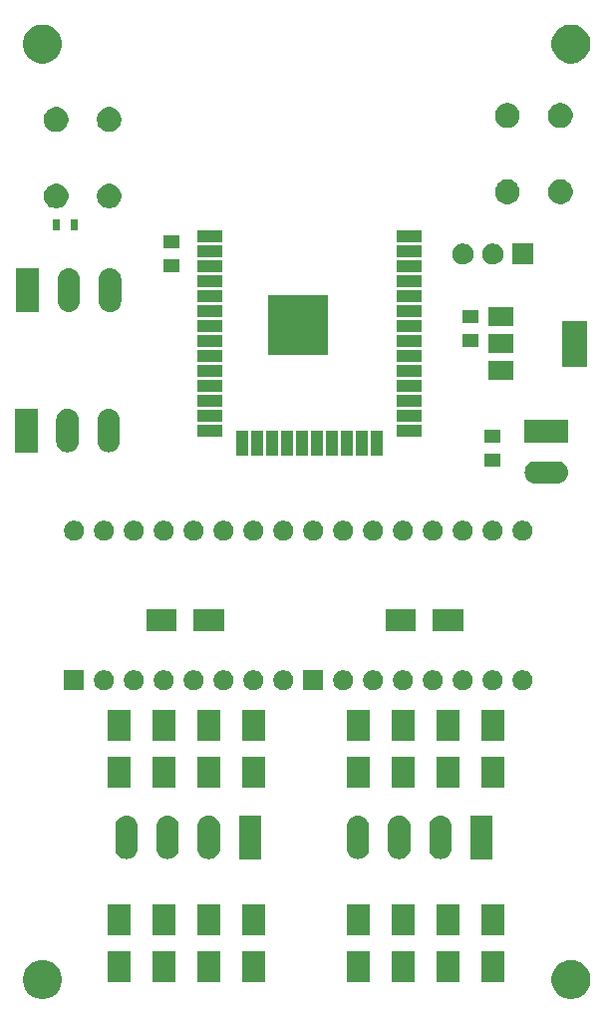
<source format=gbr>
G04 #@! TF.GenerationSoftware,KiCad,Pcbnew,(5.1.6)-1*
G04 #@! TF.CreationDate,2020-05-30T15:14:58+10:00*
G04 #@! TF.ProjectId,sand_drawing,73616e64-5f64-4726-9177-696e672e6b69,rev?*
G04 #@! TF.SameCoordinates,Original*
G04 #@! TF.FileFunction,Soldermask,Top*
G04 #@! TF.FilePolarity,Negative*
%FSLAX46Y46*%
G04 Gerber Fmt 4.6, Leading zero omitted, Abs format (unit mm)*
G04 Created by KiCad (PCBNEW (5.1.6)-1) date 2020-05-30 15:14:58*
%MOMM*%
%LPD*%
G01*
G04 APERTURE LIST*
%ADD10C,0.100000*%
G04 APERTURE END LIST*
D10*
G36*
X146725256Y-157791298D02*
G01*
X146831579Y-157812447D01*
X147132042Y-157936903D01*
X147402451Y-158117585D01*
X147632415Y-158347549D01*
X147813097Y-158617958D01*
X147937553Y-158918421D01*
X148001000Y-159237391D01*
X148001000Y-159562609D01*
X147937553Y-159881579D01*
X147813097Y-160182042D01*
X147632415Y-160452451D01*
X147402451Y-160682415D01*
X147132042Y-160863097D01*
X146831579Y-160987553D01*
X146725256Y-161008702D01*
X146512611Y-161051000D01*
X146187389Y-161051000D01*
X145974744Y-161008702D01*
X145868421Y-160987553D01*
X145567958Y-160863097D01*
X145297549Y-160682415D01*
X145067585Y-160452451D01*
X144886903Y-160182042D01*
X144762447Y-159881579D01*
X144699000Y-159562609D01*
X144699000Y-159237391D01*
X144762447Y-158918421D01*
X144886903Y-158617958D01*
X145067585Y-158347549D01*
X145297549Y-158117585D01*
X145567958Y-157936903D01*
X145868421Y-157812447D01*
X145974744Y-157791298D01*
X146187389Y-157749000D01*
X146512611Y-157749000D01*
X146725256Y-157791298D01*
G37*
G36*
X101825256Y-157791298D02*
G01*
X101931579Y-157812447D01*
X102232042Y-157936903D01*
X102502451Y-158117585D01*
X102732415Y-158347549D01*
X102913097Y-158617958D01*
X103037553Y-158918421D01*
X103101000Y-159237391D01*
X103101000Y-159562609D01*
X103037553Y-159881579D01*
X102913097Y-160182042D01*
X102732415Y-160452451D01*
X102502451Y-160682415D01*
X102232042Y-160863097D01*
X101931579Y-160987553D01*
X101825256Y-161008702D01*
X101612611Y-161051000D01*
X101287389Y-161051000D01*
X101074744Y-161008702D01*
X100968421Y-160987553D01*
X100667958Y-160863097D01*
X100397549Y-160682415D01*
X100167585Y-160452451D01*
X99986903Y-160182042D01*
X99862447Y-159881579D01*
X99799000Y-159562609D01*
X99799000Y-159237391D01*
X99862447Y-158918421D01*
X99986903Y-158617958D01*
X100167585Y-158347549D01*
X100397549Y-158117585D01*
X100667958Y-157936903D01*
X100968421Y-157812447D01*
X101074744Y-157791298D01*
X101287389Y-157749000D01*
X101612611Y-157749000D01*
X101825256Y-157791298D01*
G37*
G36*
X133031000Y-159606000D02*
G01*
X131129000Y-159606000D01*
X131129000Y-157004000D01*
X133031000Y-157004000D01*
X133031000Y-159606000D01*
G37*
G36*
X120331000Y-159606000D02*
G01*
X118429000Y-159606000D01*
X118429000Y-157004000D01*
X120331000Y-157004000D01*
X120331000Y-159606000D01*
G37*
G36*
X116521000Y-159606000D02*
G01*
X114619000Y-159606000D01*
X114619000Y-157004000D01*
X116521000Y-157004000D01*
X116521000Y-159606000D01*
G37*
G36*
X112711000Y-159606000D02*
G01*
X110809000Y-159606000D01*
X110809000Y-157004000D01*
X112711000Y-157004000D01*
X112711000Y-159606000D01*
G37*
G36*
X108901000Y-159606000D02*
G01*
X106999000Y-159606000D01*
X106999000Y-157004000D01*
X108901000Y-157004000D01*
X108901000Y-159606000D01*
G37*
G36*
X140651000Y-159606000D02*
G01*
X138749000Y-159606000D01*
X138749000Y-157004000D01*
X140651000Y-157004000D01*
X140651000Y-159606000D01*
G37*
G36*
X136841000Y-159606000D02*
G01*
X134939000Y-159606000D01*
X134939000Y-157004000D01*
X136841000Y-157004000D01*
X136841000Y-159606000D01*
G37*
G36*
X129221000Y-159606000D02*
G01*
X127319000Y-159606000D01*
X127319000Y-157004000D01*
X129221000Y-157004000D01*
X129221000Y-159606000D01*
G37*
G36*
X120331000Y-155606000D02*
G01*
X118429000Y-155606000D01*
X118429000Y-153004000D01*
X120331000Y-153004000D01*
X120331000Y-155606000D01*
G37*
G36*
X129221000Y-155606000D02*
G01*
X127319000Y-155606000D01*
X127319000Y-153004000D01*
X129221000Y-153004000D01*
X129221000Y-155606000D01*
G37*
G36*
X133031000Y-155606000D02*
G01*
X131129000Y-155606000D01*
X131129000Y-153004000D01*
X133031000Y-153004000D01*
X133031000Y-155606000D01*
G37*
G36*
X136841000Y-155606000D02*
G01*
X134939000Y-155606000D01*
X134939000Y-153004000D01*
X136841000Y-153004000D01*
X136841000Y-155606000D01*
G37*
G36*
X140651000Y-155606000D02*
G01*
X138749000Y-155606000D01*
X138749000Y-153004000D01*
X140651000Y-153004000D01*
X140651000Y-155606000D01*
G37*
G36*
X108901000Y-155606000D02*
G01*
X106999000Y-155606000D01*
X106999000Y-153004000D01*
X108901000Y-153004000D01*
X108901000Y-155606000D01*
G37*
G36*
X112711000Y-155606000D02*
G01*
X110809000Y-155606000D01*
X110809000Y-153004000D01*
X112711000Y-153004000D01*
X112711000Y-155606000D01*
G37*
G36*
X116521000Y-155606000D02*
G01*
X114619000Y-155606000D01*
X114619000Y-153004000D01*
X116521000Y-153004000D01*
X116521000Y-155606000D01*
G37*
G36*
X128441425Y-145482760D02*
G01*
X128441428Y-145482761D01*
X128441429Y-145482761D01*
X128620693Y-145537140D01*
X128620696Y-145537142D01*
X128620697Y-145537142D01*
X128785903Y-145625446D01*
X128930712Y-145744288D01*
X129049554Y-145889097D01*
X129137858Y-146054303D01*
X129137860Y-146054307D01*
X129192239Y-146233571D01*
X129192240Y-146233575D01*
X129206000Y-146373282D01*
X129206000Y-148266718D01*
X129192240Y-148406425D01*
X129192239Y-148406428D01*
X129192239Y-148406429D01*
X129137860Y-148585693D01*
X129137858Y-148585696D01*
X129137858Y-148585697D01*
X129049554Y-148750903D01*
X128930712Y-148895712D01*
X128785903Y-149014554D01*
X128620696Y-149102858D01*
X128620692Y-149102860D01*
X128441428Y-149157239D01*
X128441427Y-149157239D01*
X128441424Y-149157240D01*
X128255000Y-149175601D01*
X128068575Y-149157240D01*
X128068572Y-149157239D01*
X128068571Y-149157239D01*
X127889307Y-149102860D01*
X127889303Y-149102858D01*
X127724097Y-149014554D01*
X127579288Y-148895712D01*
X127460446Y-148750903D01*
X127372142Y-148585696D01*
X127372141Y-148585693D01*
X127372140Y-148585692D01*
X127317761Y-148406428D01*
X127317761Y-148406427D01*
X127317760Y-148406424D01*
X127304000Y-148266717D01*
X127304000Y-146373283D01*
X127317761Y-146233575D01*
X127317762Y-146233571D01*
X127372141Y-146054307D01*
X127372143Y-146054303D01*
X127460447Y-145889097D01*
X127579289Y-145744288D01*
X127724098Y-145625446D01*
X127889304Y-145537142D01*
X127889305Y-145537142D01*
X127889308Y-145537140D01*
X128068572Y-145482761D01*
X128068573Y-145482761D01*
X128068576Y-145482760D01*
X128255000Y-145464399D01*
X128441425Y-145482760D01*
G37*
G36*
X135441425Y-145482760D02*
G01*
X135441428Y-145482761D01*
X135441429Y-145482761D01*
X135620693Y-145537140D01*
X135620696Y-145537142D01*
X135620697Y-145537142D01*
X135785903Y-145625446D01*
X135930712Y-145744288D01*
X136049554Y-145889097D01*
X136137858Y-146054303D01*
X136137860Y-146054307D01*
X136192239Y-146233571D01*
X136192240Y-146233575D01*
X136206000Y-146373282D01*
X136206000Y-148266718D01*
X136192240Y-148406425D01*
X136192239Y-148406428D01*
X136192239Y-148406429D01*
X136137860Y-148585693D01*
X136137858Y-148585696D01*
X136137858Y-148585697D01*
X136049554Y-148750903D01*
X135930712Y-148895712D01*
X135785903Y-149014554D01*
X135620696Y-149102858D01*
X135620692Y-149102860D01*
X135441428Y-149157239D01*
X135441427Y-149157239D01*
X135441424Y-149157240D01*
X135255000Y-149175601D01*
X135068575Y-149157240D01*
X135068572Y-149157239D01*
X135068571Y-149157239D01*
X134889307Y-149102860D01*
X134889303Y-149102858D01*
X134724097Y-149014554D01*
X134579288Y-148895712D01*
X134460446Y-148750903D01*
X134372142Y-148585696D01*
X134372141Y-148585693D01*
X134372140Y-148585692D01*
X134317761Y-148406428D01*
X134317761Y-148406427D01*
X134317760Y-148406424D01*
X134304000Y-148266717D01*
X134304000Y-146373283D01*
X134317761Y-146233575D01*
X134317762Y-146233571D01*
X134372141Y-146054307D01*
X134372143Y-146054303D01*
X134460447Y-145889097D01*
X134579289Y-145744288D01*
X134724098Y-145625446D01*
X134889304Y-145537142D01*
X134889305Y-145537142D01*
X134889308Y-145537140D01*
X135068572Y-145482761D01*
X135068573Y-145482761D01*
X135068576Y-145482760D01*
X135255000Y-145464399D01*
X135441425Y-145482760D01*
G37*
G36*
X131941425Y-145482760D02*
G01*
X131941428Y-145482761D01*
X131941429Y-145482761D01*
X132120693Y-145537140D01*
X132120696Y-145537142D01*
X132120697Y-145537142D01*
X132285903Y-145625446D01*
X132430712Y-145744288D01*
X132549554Y-145889097D01*
X132637858Y-146054303D01*
X132637860Y-146054307D01*
X132692239Y-146233571D01*
X132692240Y-146233575D01*
X132706000Y-146373282D01*
X132706000Y-148266718D01*
X132692240Y-148406425D01*
X132692239Y-148406428D01*
X132692239Y-148406429D01*
X132637860Y-148585693D01*
X132637858Y-148585696D01*
X132637858Y-148585697D01*
X132549554Y-148750903D01*
X132430712Y-148895712D01*
X132285903Y-149014554D01*
X132120696Y-149102858D01*
X132120692Y-149102860D01*
X131941428Y-149157239D01*
X131941427Y-149157239D01*
X131941424Y-149157240D01*
X131755000Y-149175601D01*
X131568575Y-149157240D01*
X131568572Y-149157239D01*
X131568571Y-149157239D01*
X131389307Y-149102860D01*
X131389303Y-149102858D01*
X131224097Y-149014554D01*
X131079288Y-148895712D01*
X130960446Y-148750903D01*
X130872142Y-148585696D01*
X130872141Y-148585693D01*
X130872140Y-148585692D01*
X130817761Y-148406428D01*
X130817761Y-148406427D01*
X130817760Y-148406424D01*
X130804000Y-148266717D01*
X130804000Y-146373283D01*
X130817761Y-146233575D01*
X130817762Y-146233571D01*
X130872141Y-146054307D01*
X130872143Y-146054303D01*
X130960447Y-145889097D01*
X131079289Y-145744288D01*
X131224098Y-145625446D01*
X131389304Y-145537142D01*
X131389305Y-145537142D01*
X131389308Y-145537140D01*
X131568572Y-145482761D01*
X131568573Y-145482761D01*
X131568576Y-145482760D01*
X131755000Y-145464399D01*
X131941425Y-145482760D01*
G37*
G36*
X115771425Y-145482760D02*
G01*
X115771428Y-145482761D01*
X115771429Y-145482761D01*
X115950693Y-145537140D01*
X115950696Y-145537142D01*
X115950697Y-145537142D01*
X116115903Y-145625446D01*
X116260712Y-145744288D01*
X116379554Y-145889097D01*
X116467858Y-146054303D01*
X116467860Y-146054307D01*
X116522239Y-146233571D01*
X116522240Y-146233575D01*
X116536000Y-146373282D01*
X116536000Y-148266718D01*
X116522240Y-148406425D01*
X116522239Y-148406428D01*
X116522239Y-148406429D01*
X116467860Y-148585693D01*
X116467858Y-148585696D01*
X116467858Y-148585697D01*
X116379554Y-148750903D01*
X116260712Y-148895712D01*
X116115903Y-149014554D01*
X115950696Y-149102858D01*
X115950692Y-149102860D01*
X115771428Y-149157239D01*
X115771427Y-149157239D01*
X115771424Y-149157240D01*
X115585000Y-149175601D01*
X115398575Y-149157240D01*
X115398572Y-149157239D01*
X115398571Y-149157239D01*
X115219307Y-149102860D01*
X115219303Y-149102858D01*
X115054097Y-149014554D01*
X114909288Y-148895712D01*
X114790446Y-148750903D01*
X114702142Y-148585696D01*
X114702141Y-148585693D01*
X114702140Y-148585692D01*
X114647761Y-148406428D01*
X114647761Y-148406427D01*
X114647760Y-148406424D01*
X114634000Y-148266717D01*
X114634000Y-146373283D01*
X114647761Y-146233575D01*
X114647762Y-146233571D01*
X114702141Y-146054307D01*
X114702143Y-146054303D01*
X114790447Y-145889097D01*
X114909289Y-145744288D01*
X115054098Y-145625446D01*
X115219304Y-145537142D01*
X115219305Y-145537142D01*
X115219308Y-145537140D01*
X115398572Y-145482761D01*
X115398573Y-145482761D01*
X115398576Y-145482760D01*
X115585000Y-145464399D01*
X115771425Y-145482760D01*
G37*
G36*
X112271425Y-145482760D02*
G01*
X112271428Y-145482761D01*
X112271429Y-145482761D01*
X112450693Y-145537140D01*
X112450696Y-145537142D01*
X112450697Y-145537142D01*
X112615903Y-145625446D01*
X112760712Y-145744288D01*
X112879554Y-145889097D01*
X112967858Y-146054303D01*
X112967860Y-146054307D01*
X113022239Y-146233571D01*
X113022240Y-146233575D01*
X113036000Y-146373282D01*
X113036000Y-148266718D01*
X113022240Y-148406425D01*
X113022239Y-148406428D01*
X113022239Y-148406429D01*
X112967860Y-148585693D01*
X112967858Y-148585696D01*
X112967858Y-148585697D01*
X112879554Y-148750903D01*
X112760712Y-148895712D01*
X112615903Y-149014554D01*
X112450696Y-149102858D01*
X112450692Y-149102860D01*
X112271428Y-149157239D01*
X112271427Y-149157239D01*
X112271424Y-149157240D01*
X112085000Y-149175601D01*
X111898575Y-149157240D01*
X111898572Y-149157239D01*
X111898571Y-149157239D01*
X111719307Y-149102860D01*
X111719303Y-149102858D01*
X111554097Y-149014554D01*
X111409288Y-148895712D01*
X111290446Y-148750903D01*
X111202142Y-148585696D01*
X111202141Y-148585693D01*
X111202140Y-148585692D01*
X111147761Y-148406428D01*
X111147761Y-148406427D01*
X111147760Y-148406424D01*
X111134000Y-148266717D01*
X111134000Y-146373283D01*
X111147761Y-146233575D01*
X111147762Y-146233571D01*
X111202141Y-146054307D01*
X111202143Y-146054303D01*
X111290447Y-145889097D01*
X111409289Y-145744288D01*
X111554098Y-145625446D01*
X111719304Y-145537142D01*
X111719305Y-145537142D01*
X111719308Y-145537140D01*
X111898572Y-145482761D01*
X111898573Y-145482761D01*
X111898576Y-145482760D01*
X112085000Y-145464399D01*
X112271425Y-145482760D01*
G37*
G36*
X108771425Y-145482760D02*
G01*
X108771428Y-145482761D01*
X108771429Y-145482761D01*
X108950693Y-145537140D01*
X108950696Y-145537142D01*
X108950697Y-145537142D01*
X109115903Y-145625446D01*
X109260712Y-145744288D01*
X109379554Y-145889097D01*
X109467858Y-146054303D01*
X109467860Y-146054307D01*
X109522239Y-146233571D01*
X109522240Y-146233575D01*
X109536000Y-146373282D01*
X109536000Y-148266718D01*
X109522240Y-148406425D01*
X109522239Y-148406428D01*
X109522239Y-148406429D01*
X109467860Y-148585693D01*
X109467858Y-148585696D01*
X109467858Y-148585697D01*
X109379554Y-148750903D01*
X109260712Y-148895712D01*
X109115903Y-149014554D01*
X108950696Y-149102858D01*
X108950692Y-149102860D01*
X108771428Y-149157239D01*
X108771427Y-149157239D01*
X108771424Y-149157240D01*
X108585000Y-149175601D01*
X108398575Y-149157240D01*
X108398572Y-149157239D01*
X108398571Y-149157239D01*
X108219307Y-149102860D01*
X108219303Y-149102858D01*
X108054097Y-149014554D01*
X107909288Y-148895712D01*
X107790446Y-148750903D01*
X107702142Y-148585696D01*
X107702141Y-148585693D01*
X107702140Y-148585692D01*
X107647761Y-148406428D01*
X107647761Y-148406427D01*
X107647760Y-148406424D01*
X107634000Y-148266717D01*
X107634000Y-146373283D01*
X107647761Y-146233575D01*
X107647762Y-146233571D01*
X107702141Y-146054307D01*
X107702143Y-146054303D01*
X107790447Y-145889097D01*
X107909289Y-145744288D01*
X108054098Y-145625446D01*
X108219304Y-145537142D01*
X108219305Y-145537142D01*
X108219308Y-145537140D01*
X108398572Y-145482761D01*
X108398573Y-145482761D01*
X108398576Y-145482760D01*
X108585000Y-145464399D01*
X108771425Y-145482760D01*
G37*
G36*
X139706000Y-149171000D02*
G01*
X137804000Y-149171000D01*
X137804000Y-145469000D01*
X139706000Y-145469000D01*
X139706000Y-149171000D01*
G37*
G36*
X120036000Y-149171000D02*
G01*
X118134000Y-149171000D01*
X118134000Y-145469000D01*
X120036000Y-145469000D01*
X120036000Y-149171000D01*
G37*
G36*
X120331000Y-143096000D02*
G01*
X118429000Y-143096000D01*
X118429000Y-140494000D01*
X120331000Y-140494000D01*
X120331000Y-143096000D01*
G37*
G36*
X108901000Y-143096000D02*
G01*
X106999000Y-143096000D01*
X106999000Y-140494000D01*
X108901000Y-140494000D01*
X108901000Y-143096000D01*
G37*
G36*
X129221000Y-143096000D02*
G01*
X127319000Y-143096000D01*
X127319000Y-140494000D01*
X129221000Y-140494000D01*
X129221000Y-143096000D01*
G37*
G36*
X140651000Y-143096000D02*
G01*
X138749000Y-143096000D01*
X138749000Y-140494000D01*
X140651000Y-140494000D01*
X140651000Y-143096000D01*
G37*
G36*
X116521000Y-143096000D02*
G01*
X114619000Y-143096000D01*
X114619000Y-140494000D01*
X116521000Y-140494000D01*
X116521000Y-143096000D01*
G37*
G36*
X112711000Y-143096000D02*
G01*
X110809000Y-143096000D01*
X110809000Y-140494000D01*
X112711000Y-140494000D01*
X112711000Y-143096000D01*
G37*
G36*
X136841000Y-143096000D02*
G01*
X134939000Y-143096000D01*
X134939000Y-140494000D01*
X136841000Y-140494000D01*
X136841000Y-143096000D01*
G37*
G36*
X133031000Y-143096000D02*
G01*
X131129000Y-143096000D01*
X131129000Y-140494000D01*
X133031000Y-140494000D01*
X133031000Y-143096000D01*
G37*
G36*
X112711000Y-139096000D02*
G01*
X110809000Y-139096000D01*
X110809000Y-136494000D01*
X112711000Y-136494000D01*
X112711000Y-139096000D01*
G37*
G36*
X129221000Y-139096000D02*
G01*
X127319000Y-139096000D01*
X127319000Y-136494000D01*
X129221000Y-136494000D01*
X129221000Y-139096000D01*
G37*
G36*
X136841000Y-139096000D02*
G01*
X134939000Y-139096000D01*
X134939000Y-136494000D01*
X136841000Y-136494000D01*
X136841000Y-139096000D01*
G37*
G36*
X133031000Y-139096000D02*
G01*
X131129000Y-139096000D01*
X131129000Y-136494000D01*
X133031000Y-136494000D01*
X133031000Y-139096000D01*
G37*
G36*
X120331000Y-139096000D02*
G01*
X118429000Y-139096000D01*
X118429000Y-136494000D01*
X120331000Y-136494000D01*
X120331000Y-139096000D01*
G37*
G36*
X116521000Y-139096000D02*
G01*
X114619000Y-139096000D01*
X114619000Y-136494000D01*
X116521000Y-136494000D01*
X116521000Y-139096000D01*
G37*
G36*
X108901000Y-139096000D02*
G01*
X106999000Y-139096000D01*
X106999000Y-136494000D01*
X108901000Y-136494000D01*
X108901000Y-139096000D01*
G37*
G36*
X140651000Y-139096000D02*
G01*
X138749000Y-139096000D01*
X138749000Y-136494000D01*
X140651000Y-136494000D01*
X140651000Y-139096000D01*
G37*
G36*
X122168228Y-133166703D02*
G01*
X122323100Y-133230853D01*
X122462481Y-133323985D01*
X122581015Y-133442519D01*
X122674147Y-133581900D01*
X122738297Y-133736772D01*
X122771000Y-133901184D01*
X122771000Y-134068816D01*
X122738297Y-134233228D01*
X122674147Y-134388100D01*
X122581015Y-134527481D01*
X122462481Y-134646015D01*
X122323100Y-134739147D01*
X122168228Y-134803297D01*
X122003816Y-134836000D01*
X121836184Y-134836000D01*
X121671772Y-134803297D01*
X121516900Y-134739147D01*
X121377519Y-134646015D01*
X121258985Y-134527481D01*
X121165853Y-134388100D01*
X121101703Y-134233228D01*
X121069000Y-134068816D01*
X121069000Y-133901184D01*
X121101703Y-133736772D01*
X121165853Y-133581900D01*
X121258985Y-133442519D01*
X121377519Y-133323985D01*
X121516900Y-133230853D01*
X121671772Y-133166703D01*
X121836184Y-133134000D01*
X122003816Y-133134000D01*
X122168228Y-133166703D01*
G37*
G36*
X127248228Y-133166703D02*
G01*
X127403100Y-133230853D01*
X127542481Y-133323985D01*
X127661015Y-133442519D01*
X127754147Y-133581900D01*
X127818297Y-133736772D01*
X127851000Y-133901184D01*
X127851000Y-134068816D01*
X127818297Y-134233228D01*
X127754147Y-134388100D01*
X127661015Y-134527481D01*
X127542481Y-134646015D01*
X127403100Y-134739147D01*
X127248228Y-134803297D01*
X127083816Y-134836000D01*
X126916184Y-134836000D01*
X126751772Y-134803297D01*
X126596900Y-134739147D01*
X126457519Y-134646015D01*
X126338985Y-134527481D01*
X126245853Y-134388100D01*
X126181703Y-134233228D01*
X126149000Y-134068816D01*
X126149000Y-133901184D01*
X126181703Y-133736772D01*
X126245853Y-133581900D01*
X126338985Y-133442519D01*
X126457519Y-133323985D01*
X126596900Y-133230853D01*
X126751772Y-133166703D01*
X126916184Y-133134000D01*
X127083816Y-133134000D01*
X127248228Y-133166703D01*
G37*
G36*
X125311000Y-134836000D02*
G01*
X123609000Y-134836000D01*
X123609000Y-133134000D01*
X125311000Y-133134000D01*
X125311000Y-134836000D01*
G37*
G36*
X129788228Y-133166703D02*
G01*
X129943100Y-133230853D01*
X130082481Y-133323985D01*
X130201015Y-133442519D01*
X130294147Y-133581900D01*
X130358297Y-133736772D01*
X130391000Y-133901184D01*
X130391000Y-134068816D01*
X130358297Y-134233228D01*
X130294147Y-134388100D01*
X130201015Y-134527481D01*
X130082481Y-134646015D01*
X129943100Y-134739147D01*
X129788228Y-134803297D01*
X129623816Y-134836000D01*
X129456184Y-134836000D01*
X129291772Y-134803297D01*
X129136900Y-134739147D01*
X128997519Y-134646015D01*
X128878985Y-134527481D01*
X128785853Y-134388100D01*
X128721703Y-134233228D01*
X128689000Y-134068816D01*
X128689000Y-133901184D01*
X128721703Y-133736772D01*
X128785853Y-133581900D01*
X128878985Y-133442519D01*
X128997519Y-133323985D01*
X129136900Y-133230853D01*
X129291772Y-133166703D01*
X129456184Y-133134000D01*
X129623816Y-133134000D01*
X129788228Y-133166703D01*
G37*
G36*
X132328228Y-133166703D02*
G01*
X132483100Y-133230853D01*
X132622481Y-133323985D01*
X132741015Y-133442519D01*
X132834147Y-133581900D01*
X132898297Y-133736772D01*
X132931000Y-133901184D01*
X132931000Y-134068816D01*
X132898297Y-134233228D01*
X132834147Y-134388100D01*
X132741015Y-134527481D01*
X132622481Y-134646015D01*
X132483100Y-134739147D01*
X132328228Y-134803297D01*
X132163816Y-134836000D01*
X131996184Y-134836000D01*
X131831772Y-134803297D01*
X131676900Y-134739147D01*
X131537519Y-134646015D01*
X131418985Y-134527481D01*
X131325853Y-134388100D01*
X131261703Y-134233228D01*
X131229000Y-134068816D01*
X131229000Y-133901184D01*
X131261703Y-133736772D01*
X131325853Y-133581900D01*
X131418985Y-133442519D01*
X131537519Y-133323985D01*
X131676900Y-133230853D01*
X131831772Y-133166703D01*
X131996184Y-133134000D01*
X132163816Y-133134000D01*
X132328228Y-133166703D01*
G37*
G36*
X117088228Y-133166703D02*
G01*
X117243100Y-133230853D01*
X117382481Y-133323985D01*
X117501015Y-133442519D01*
X117594147Y-133581900D01*
X117658297Y-133736772D01*
X117691000Y-133901184D01*
X117691000Y-134068816D01*
X117658297Y-134233228D01*
X117594147Y-134388100D01*
X117501015Y-134527481D01*
X117382481Y-134646015D01*
X117243100Y-134739147D01*
X117088228Y-134803297D01*
X116923816Y-134836000D01*
X116756184Y-134836000D01*
X116591772Y-134803297D01*
X116436900Y-134739147D01*
X116297519Y-134646015D01*
X116178985Y-134527481D01*
X116085853Y-134388100D01*
X116021703Y-134233228D01*
X115989000Y-134068816D01*
X115989000Y-133901184D01*
X116021703Y-133736772D01*
X116085853Y-133581900D01*
X116178985Y-133442519D01*
X116297519Y-133323985D01*
X116436900Y-133230853D01*
X116591772Y-133166703D01*
X116756184Y-133134000D01*
X116923816Y-133134000D01*
X117088228Y-133166703D01*
G37*
G36*
X134868228Y-133166703D02*
G01*
X135023100Y-133230853D01*
X135162481Y-133323985D01*
X135281015Y-133442519D01*
X135374147Y-133581900D01*
X135438297Y-133736772D01*
X135471000Y-133901184D01*
X135471000Y-134068816D01*
X135438297Y-134233228D01*
X135374147Y-134388100D01*
X135281015Y-134527481D01*
X135162481Y-134646015D01*
X135023100Y-134739147D01*
X134868228Y-134803297D01*
X134703816Y-134836000D01*
X134536184Y-134836000D01*
X134371772Y-134803297D01*
X134216900Y-134739147D01*
X134077519Y-134646015D01*
X133958985Y-134527481D01*
X133865853Y-134388100D01*
X133801703Y-134233228D01*
X133769000Y-134068816D01*
X133769000Y-133901184D01*
X133801703Y-133736772D01*
X133865853Y-133581900D01*
X133958985Y-133442519D01*
X134077519Y-133323985D01*
X134216900Y-133230853D01*
X134371772Y-133166703D01*
X134536184Y-133134000D01*
X134703816Y-133134000D01*
X134868228Y-133166703D01*
G37*
G36*
X114548228Y-133166703D02*
G01*
X114703100Y-133230853D01*
X114842481Y-133323985D01*
X114961015Y-133442519D01*
X115054147Y-133581900D01*
X115118297Y-133736772D01*
X115151000Y-133901184D01*
X115151000Y-134068816D01*
X115118297Y-134233228D01*
X115054147Y-134388100D01*
X114961015Y-134527481D01*
X114842481Y-134646015D01*
X114703100Y-134739147D01*
X114548228Y-134803297D01*
X114383816Y-134836000D01*
X114216184Y-134836000D01*
X114051772Y-134803297D01*
X113896900Y-134739147D01*
X113757519Y-134646015D01*
X113638985Y-134527481D01*
X113545853Y-134388100D01*
X113481703Y-134233228D01*
X113449000Y-134068816D01*
X113449000Y-133901184D01*
X113481703Y-133736772D01*
X113545853Y-133581900D01*
X113638985Y-133442519D01*
X113757519Y-133323985D01*
X113896900Y-133230853D01*
X114051772Y-133166703D01*
X114216184Y-133134000D01*
X114383816Y-133134000D01*
X114548228Y-133166703D01*
G37*
G36*
X139948228Y-133166703D02*
G01*
X140103100Y-133230853D01*
X140242481Y-133323985D01*
X140361015Y-133442519D01*
X140454147Y-133581900D01*
X140518297Y-133736772D01*
X140551000Y-133901184D01*
X140551000Y-134068816D01*
X140518297Y-134233228D01*
X140454147Y-134388100D01*
X140361015Y-134527481D01*
X140242481Y-134646015D01*
X140103100Y-134739147D01*
X139948228Y-134803297D01*
X139783816Y-134836000D01*
X139616184Y-134836000D01*
X139451772Y-134803297D01*
X139296900Y-134739147D01*
X139157519Y-134646015D01*
X139038985Y-134527481D01*
X138945853Y-134388100D01*
X138881703Y-134233228D01*
X138849000Y-134068816D01*
X138849000Y-133901184D01*
X138881703Y-133736772D01*
X138945853Y-133581900D01*
X139038985Y-133442519D01*
X139157519Y-133323985D01*
X139296900Y-133230853D01*
X139451772Y-133166703D01*
X139616184Y-133134000D01*
X139783816Y-133134000D01*
X139948228Y-133166703D01*
G37*
G36*
X142488228Y-133166703D02*
G01*
X142643100Y-133230853D01*
X142782481Y-133323985D01*
X142901015Y-133442519D01*
X142994147Y-133581900D01*
X143058297Y-133736772D01*
X143091000Y-133901184D01*
X143091000Y-134068816D01*
X143058297Y-134233228D01*
X142994147Y-134388100D01*
X142901015Y-134527481D01*
X142782481Y-134646015D01*
X142643100Y-134739147D01*
X142488228Y-134803297D01*
X142323816Y-134836000D01*
X142156184Y-134836000D01*
X141991772Y-134803297D01*
X141836900Y-134739147D01*
X141697519Y-134646015D01*
X141578985Y-134527481D01*
X141485853Y-134388100D01*
X141421703Y-134233228D01*
X141389000Y-134068816D01*
X141389000Y-133901184D01*
X141421703Y-133736772D01*
X141485853Y-133581900D01*
X141578985Y-133442519D01*
X141697519Y-133323985D01*
X141836900Y-133230853D01*
X141991772Y-133166703D01*
X142156184Y-133134000D01*
X142323816Y-133134000D01*
X142488228Y-133166703D01*
G37*
G36*
X119628228Y-133166703D02*
G01*
X119783100Y-133230853D01*
X119922481Y-133323985D01*
X120041015Y-133442519D01*
X120134147Y-133581900D01*
X120198297Y-133736772D01*
X120231000Y-133901184D01*
X120231000Y-134068816D01*
X120198297Y-134233228D01*
X120134147Y-134388100D01*
X120041015Y-134527481D01*
X119922481Y-134646015D01*
X119783100Y-134739147D01*
X119628228Y-134803297D01*
X119463816Y-134836000D01*
X119296184Y-134836000D01*
X119131772Y-134803297D01*
X118976900Y-134739147D01*
X118837519Y-134646015D01*
X118718985Y-134527481D01*
X118625853Y-134388100D01*
X118561703Y-134233228D01*
X118529000Y-134068816D01*
X118529000Y-133901184D01*
X118561703Y-133736772D01*
X118625853Y-133581900D01*
X118718985Y-133442519D01*
X118837519Y-133323985D01*
X118976900Y-133230853D01*
X119131772Y-133166703D01*
X119296184Y-133134000D01*
X119463816Y-133134000D01*
X119628228Y-133166703D01*
G37*
G36*
X109468228Y-133166703D02*
G01*
X109623100Y-133230853D01*
X109762481Y-133323985D01*
X109881015Y-133442519D01*
X109974147Y-133581900D01*
X110038297Y-133736772D01*
X110071000Y-133901184D01*
X110071000Y-134068816D01*
X110038297Y-134233228D01*
X109974147Y-134388100D01*
X109881015Y-134527481D01*
X109762481Y-134646015D01*
X109623100Y-134739147D01*
X109468228Y-134803297D01*
X109303816Y-134836000D01*
X109136184Y-134836000D01*
X108971772Y-134803297D01*
X108816900Y-134739147D01*
X108677519Y-134646015D01*
X108558985Y-134527481D01*
X108465853Y-134388100D01*
X108401703Y-134233228D01*
X108369000Y-134068816D01*
X108369000Y-133901184D01*
X108401703Y-133736772D01*
X108465853Y-133581900D01*
X108558985Y-133442519D01*
X108677519Y-133323985D01*
X108816900Y-133230853D01*
X108971772Y-133166703D01*
X109136184Y-133134000D01*
X109303816Y-133134000D01*
X109468228Y-133166703D01*
G37*
G36*
X106928228Y-133166703D02*
G01*
X107083100Y-133230853D01*
X107222481Y-133323985D01*
X107341015Y-133442519D01*
X107434147Y-133581900D01*
X107498297Y-133736772D01*
X107531000Y-133901184D01*
X107531000Y-134068816D01*
X107498297Y-134233228D01*
X107434147Y-134388100D01*
X107341015Y-134527481D01*
X107222481Y-134646015D01*
X107083100Y-134739147D01*
X106928228Y-134803297D01*
X106763816Y-134836000D01*
X106596184Y-134836000D01*
X106431772Y-134803297D01*
X106276900Y-134739147D01*
X106137519Y-134646015D01*
X106018985Y-134527481D01*
X105925853Y-134388100D01*
X105861703Y-134233228D01*
X105829000Y-134068816D01*
X105829000Y-133901184D01*
X105861703Y-133736772D01*
X105925853Y-133581900D01*
X106018985Y-133442519D01*
X106137519Y-133323985D01*
X106276900Y-133230853D01*
X106431772Y-133166703D01*
X106596184Y-133134000D01*
X106763816Y-133134000D01*
X106928228Y-133166703D01*
G37*
G36*
X104991000Y-134836000D02*
G01*
X103289000Y-134836000D01*
X103289000Y-133134000D01*
X104991000Y-133134000D01*
X104991000Y-134836000D01*
G37*
G36*
X112008228Y-133166703D02*
G01*
X112163100Y-133230853D01*
X112302481Y-133323985D01*
X112421015Y-133442519D01*
X112514147Y-133581900D01*
X112578297Y-133736772D01*
X112611000Y-133901184D01*
X112611000Y-134068816D01*
X112578297Y-134233228D01*
X112514147Y-134388100D01*
X112421015Y-134527481D01*
X112302481Y-134646015D01*
X112163100Y-134739147D01*
X112008228Y-134803297D01*
X111843816Y-134836000D01*
X111676184Y-134836000D01*
X111511772Y-134803297D01*
X111356900Y-134739147D01*
X111217519Y-134646015D01*
X111098985Y-134527481D01*
X111005853Y-134388100D01*
X110941703Y-134233228D01*
X110909000Y-134068816D01*
X110909000Y-133901184D01*
X110941703Y-133736772D01*
X111005853Y-133581900D01*
X111098985Y-133442519D01*
X111217519Y-133323985D01*
X111356900Y-133230853D01*
X111511772Y-133166703D01*
X111676184Y-133134000D01*
X111843816Y-133134000D01*
X112008228Y-133166703D01*
G37*
G36*
X137408228Y-133166703D02*
G01*
X137563100Y-133230853D01*
X137702481Y-133323985D01*
X137821015Y-133442519D01*
X137914147Y-133581900D01*
X137978297Y-133736772D01*
X138011000Y-133901184D01*
X138011000Y-134068816D01*
X137978297Y-134233228D01*
X137914147Y-134388100D01*
X137821015Y-134527481D01*
X137702481Y-134646015D01*
X137563100Y-134739147D01*
X137408228Y-134803297D01*
X137243816Y-134836000D01*
X137076184Y-134836000D01*
X136911772Y-134803297D01*
X136756900Y-134739147D01*
X136617519Y-134646015D01*
X136498985Y-134527481D01*
X136405853Y-134388100D01*
X136341703Y-134233228D01*
X136309000Y-134068816D01*
X136309000Y-133901184D01*
X136341703Y-133736772D01*
X136405853Y-133581900D01*
X136498985Y-133442519D01*
X136617519Y-133323985D01*
X136756900Y-133230853D01*
X136911772Y-133166703D01*
X137076184Y-133134000D01*
X137243816Y-133134000D01*
X137408228Y-133166703D01*
G37*
G36*
X116871000Y-129856000D02*
G01*
X114269000Y-129856000D01*
X114269000Y-127954000D01*
X116871000Y-127954000D01*
X116871000Y-129856000D01*
G37*
G36*
X112871000Y-129856000D02*
G01*
X110269000Y-129856000D01*
X110269000Y-127954000D01*
X112871000Y-127954000D01*
X112871000Y-129856000D01*
G37*
G36*
X137191000Y-129856000D02*
G01*
X134589000Y-129856000D01*
X134589000Y-127954000D01*
X137191000Y-127954000D01*
X137191000Y-129856000D01*
G37*
G36*
X133191000Y-129856000D02*
G01*
X130589000Y-129856000D01*
X130589000Y-127954000D01*
X133191000Y-127954000D01*
X133191000Y-129856000D01*
G37*
G36*
X114548228Y-120466703D02*
G01*
X114703100Y-120530853D01*
X114842481Y-120623985D01*
X114961015Y-120742519D01*
X115054147Y-120881900D01*
X115118297Y-121036772D01*
X115151000Y-121201184D01*
X115151000Y-121368816D01*
X115118297Y-121533228D01*
X115054147Y-121688100D01*
X114961015Y-121827481D01*
X114842481Y-121946015D01*
X114703100Y-122039147D01*
X114548228Y-122103297D01*
X114383816Y-122136000D01*
X114216184Y-122136000D01*
X114051772Y-122103297D01*
X113896900Y-122039147D01*
X113757519Y-121946015D01*
X113638985Y-121827481D01*
X113545853Y-121688100D01*
X113481703Y-121533228D01*
X113449000Y-121368816D01*
X113449000Y-121201184D01*
X113481703Y-121036772D01*
X113545853Y-120881900D01*
X113638985Y-120742519D01*
X113757519Y-120623985D01*
X113896900Y-120530853D01*
X114051772Y-120466703D01*
X114216184Y-120434000D01*
X114383816Y-120434000D01*
X114548228Y-120466703D01*
G37*
G36*
X119628228Y-120466703D02*
G01*
X119783100Y-120530853D01*
X119922481Y-120623985D01*
X120041015Y-120742519D01*
X120134147Y-120881900D01*
X120198297Y-121036772D01*
X120231000Y-121201184D01*
X120231000Y-121368816D01*
X120198297Y-121533228D01*
X120134147Y-121688100D01*
X120041015Y-121827481D01*
X119922481Y-121946015D01*
X119783100Y-122039147D01*
X119628228Y-122103297D01*
X119463816Y-122136000D01*
X119296184Y-122136000D01*
X119131772Y-122103297D01*
X118976900Y-122039147D01*
X118837519Y-121946015D01*
X118718985Y-121827481D01*
X118625853Y-121688100D01*
X118561703Y-121533228D01*
X118529000Y-121368816D01*
X118529000Y-121201184D01*
X118561703Y-121036772D01*
X118625853Y-120881900D01*
X118718985Y-120742519D01*
X118837519Y-120623985D01*
X118976900Y-120530853D01*
X119131772Y-120466703D01*
X119296184Y-120434000D01*
X119463816Y-120434000D01*
X119628228Y-120466703D01*
G37*
G36*
X122168228Y-120466703D02*
G01*
X122323100Y-120530853D01*
X122462481Y-120623985D01*
X122581015Y-120742519D01*
X122674147Y-120881900D01*
X122738297Y-121036772D01*
X122771000Y-121201184D01*
X122771000Y-121368816D01*
X122738297Y-121533228D01*
X122674147Y-121688100D01*
X122581015Y-121827481D01*
X122462481Y-121946015D01*
X122323100Y-122039147D01*
X122168228Y-122103297D01*
X122003816Y-122136000D01*
X121836184Y-122136000D01*
X121671772Y-122103297D01*
X121516900Y-122039147D01*
X121377519Y-121946015D01*
X121258985Y-121827481D01*
X121165853Y-121688100D01*
X121101703Y-121533228D01*
X121069000Y-121368816D01*
X121069000Y-121201184D01*
X121101703Y-121036772D01*
X121165853Y-120881900D01*
X121258985Y-120742519D01*
X121377519Y-120623985D01*
X121516900Y-120530853D01*
X121671772Y-120466703D01*
X121836184Y-120434000D01*
X122003816Y-120434000D01*
X122168228Y-120466703D01*
G37*
G36*
X112008228Y-120466703D02*
G01*
X112163100Y-120530853D01*
X112302481Y-120623985D01*
X112421015Y-120742519D01*
X112514147Y-120881900D01*
X112578297Y-121036772D01*
X112611000Y-121201184D01*
X112611000Y-121368816D01*
X112578297Y-121533228D01*
X112514147Y-121688100D01*
X112421015Y-121827481D01*
X112302481Y-121946015D01*
X112163100Y-122039147D01*
X112008228Y-122103297D01*
X111843816Y-122136000D01*
X111676184Y-122136000D01*
X111511772Y-122103297D01*
X111356900Y-122039147D01*
X111217519Y-121946015D01*
X111098985Y-121827481D01*
X111005853Y-121688100D01*
X110941703Y-121533228D01*
X110909000Y-121368816D01*
X110909000Y-121201184D01*
X110941703Y-121036772D01*
X111005853Y-120881900D01*
X111098985Y-120742519D01*
X111217519Y-120623985D01*
X111356900Y-120530853D01*
X111511772Y-120466703D01*
X111676184Y-120434000D01*
X111843816Y-120434000D01*
X112008228Y-120466703D01*
G37*
G36*
X109468228Y-120466703D02*
G01*
X109623100Y-120530853D01*
X109762481Y-120623985D01*
X109881015Y-120742519D01*
X109974147Y-120881900D01*
X110038297Y-121036772D01*
X110071000Y-121201184D01*
X110071000Y-121368816D01*
X110038297Y-121533228D01*
X109974147Y-121688100D01*
X109881015Y-121827481D01*
X109762481Y-121946015D01*
X109623100Y-122039147D01*
X109468228Y-122103297D01*
X109303816Y-122136000D01*
X109136184Y-122136000D01*
X108971772Y-122103297D01*
X108816900Y-122039147D01*
X108677519Y-121946015D01*
X108558985Y-121827481D01*
X108465853Y-121688100D01*
X108401703Y-121533228D01*
X108369000Y-121368816D01*
X108369000Y-121201184D01*
X108401703Y-121036772D01*
X108465853Y-120881900D01*
X108558985Y-120742519D01*
X108677519Y-120623985D01*
X108816900Y-120530853D01*
X108971772Y-120466703D01*
X109136184Y-120434000D01*
X109303816Y-120434000D01*
X109468228Y-120466703D01*
G37*
G36*
X106928228Y-120466703D02*
G01*
X107083100Y-120530853D01*
X107222481Y-120623985D01*
X107341015Y-120742519D01*
X107434147Y-120881900D01*
X107498297Y-121036772D01*
X107531000Y-121201184D01*
X107531000Y-121368816D01*
X107498297Y-121533228D01*
X107434147Y-121688100D01*
X107341015Y-121827481D01*
X107222481Y-121946015D01*
X107083100Y-122039147D01*
X106928228Y-122103297D01*
X106763816Y-122136000D01*
X106596184Y-122136000D01*
X106431772Y-122103297D01*
X106276900Y-122039147D01*
X106137519Y-121946015D01*
X106018985Y-121827481D01*
X105925853Y-121688100D01*
X105861703Y-121533228D01*
X105829000Y-121368816D01*
X105829000Y-121201184D01*
X105861703Y-121036772D01*
X105925853Y-120881900D01*
X106018985Y-120742519D01*
X106137519Y-120623985D01*
X106276900Y-120530853D01*
X106431772Y-120466703D01*
X106596184Y-120434000D01*
X106763816Y-120434000D01*
X106928228Y-120466703D01*
G37*
G36*
X104388228Y-120466703D02*
G01*
X104543100Y-120530853D01*
X104682481Y-120623985D01*
X104801015Y-120742519D01*
X104894147Y-120881900D01*
X104958297Y-121036772D01*
X104991000Y-121201184D01*
X104991000Y-121368816D01*
X104958297Y-121533228D01*
X104894147Y-121688100D01*
X104801015Y-121827481D01*
X104682481Y-121946015D01*
X104543100Y-122039147D01*
X104388228Y-122103297D01*
X104223816Y-122136000D01*
X104056184Y-122136000D01*
X103891772Y-122103297D01*
X103736900Y-122039147D01*
X103597519Y-121946015D01*
X103478985Y-121827481D01*
X103385853Y-121688100D01*
X103321703Y-121533228D01*
X103289000Y-121368816D01*
X103289000Y-121201184D01*
X103321703Y-121036772D01*
X103385853Y-120881900D01*
X103478985Y-120742519D01*
X103597519Y-120623985D01*
X103736900Y-120530853D01*
X103891772Y-120466703D01*
X104056184Y-120434000D01*
X104223816Y-120434000D01*
X104388228Y-120466703D01*
G37*
G36*
X142488228Y-120466703D02*
G01*
X142643100Y-120530853D01*
X142782481Y-120623985D01*
X142901015Y-120742519D01*
X142994147Y-120881900D01*
X143058297Y-121036772D01*
X143091000Y-121201184D01*
X143091000Y-121368816D01*
X143058297Y-121533228D01*
X142994147Y-121688100D01*
X142901015Y-121827481D01*
X142782481Y-121946015D01*
X142643100Y-122039147D01*
X142488228Y-122103297D01*
X142323816Y-122136000D01*
X142156184Y-122136000D01*
X141991772Y-122103297D01*
X141836900Y-122039147D01*
X141697519Y-121946015D01*
X141578985Y-121827481D01*
X141485853Y-121688100D01*
X141421703Y-121533228D01*
X141389000Y-121368816D01*
X141389000Y-121201184D01*
X141421703Y-121036772D01*
X141485853Y-120881900D01*
X141578985Y-120742519D01*
X141697519Y-120623985D01*
X141836900Y-120530853D01*
X141991772Y-120466703D01*
X142156184Y-120434000D01*
X142323816Y-120434000D01*
X142488228Y-120466703D01*
G37*
G36*
X137408228Y-120466703D02*
G01*
X137563100Y-120530853D01*
X137702481Y-120623985D01*
X137821015Y-120742519D01*
X137914147Y-120881900D01*
X137978297Y-121036772D01*
X138011000Y-121201184D01*
X138011000Y-121368816D01*
X137978297Y-121533228D01*
X137914147Y-121688100D01*
X137821015Y-121827481D01*
X137702481Y-121946015D01*
X137563100Y-122039147D01*
X137408228Y-122103297D01*
X137243816Y-122136000D01*
X137076184Y-122136000D01*
X136911772Y-122103297D01*
X136756900Y-122039147D01*
X136617519Y-121946015D01*
X136498985Y-121827481D01*
X136405853Y-121688100D01*
X136341703Y-121533228D01*
X136309000Y-121368816D01*
X136309000Y-121201184D01*
X136341703Y-121036772D01*
X136405853Y-120881900D01*
X136498985Y-120742519D01*
X136617519Y-120623985D01*
X136756900Y-120530853D01*
X136911772Y-120466703D01*
X137076184Y-120434000D01*
X137243816Y-120434000D01*
X137408228Y-120466703D01*
G37*
G36*
X139948228Y-120466703D02*
G01*
X140103100Y-120530853D01*
X140242481Y-120623985D01*
X140361015Y-120742519D01*
X140454147Y-120881900D01*
X140518297Y-121036772D01*
X140551000Y-121201184D01*
X140551000Y-121368816D01*
X140518297Y-121533228D01*
X140454147Y-121688100D01*
X140361015Y-121827481D01*
X140242481Y-121946015D01*
X140103100Y-122039147D01*
X139948228Y-122103297D01*
X139783816Y-122136000D01*
X139616184Y-122136000D01*
X139451772Y-122103297D01*
X139296900Y-122039147D01*
X139157519Y-121946015D01*
X139038985Y-121827481D01*
X138945853Y-121688100D01*
X138881703Y-121533228D01*
X138849000Y-121368816D01*
X138849000Y-121201184D01*
X138881703Y-121036772D01*
X138945853Y-120881900D01*
X139038985Y-120742519D01*
X139157519Y-120623985D01*
X139296900Y-120530853D01*
X139451772Y-120466703D01*
X139616184Y-120434000D01*
X139783816Y-120434000D01*
X139948228Y-120466703D01*
G37*
G36*
X124708228Y-120466703D02*
G01*
X124863100Y-120530853D01*
X125002481Y-120623985D01*
X125121015Y-120742519D01*
X125214147Y-120881900D01*
X125278297Y-121036772D01*
X125311000Y-121201184D01*
X125311000Y-121368816D01*
X125278297Y-121533228D01*
X125214147Y-121688100D01*
X125121015Y-121827481D01*
X125002481Y-121946015D01*
X124863100Y-122039147D01*
X124708228Y-122103297D01*
X124543816Y-122136000D01*
X124376184Y-122136000D01*
X124211772Y-122103297D01*
X124056900Y-122039147D01*
X123917519Y-121946015D01*
X123798985Y-121827481D01*
X123705853Y-121688100D01*
X123641703Y-121533228D01*
X123609000Y-121368816D01*
X123609000Y-121201184D01*
X123641703Y-121036772D01*
X123705853Y-120881900D01*
X123798985Y-120742519D01*
X123917519Y-120623985D01*
X124056900Y-120530853D01*
X124211772Y-120466703D01*
X124376184Y-120434000D01*
X124543816Y-120434000D01*
X124708228Y-120466703D01*
G37*
G36*
X117088228Y-120466703D02*
G01*
X117243100Y-120530853D01*
X117382481Y-120623985D01*
X117501015Y-120742519D01*
X117594147Y-120881900D01*
X117658297Y-121036772D01*
X117691000Y-121201184D01*
X117691000Y-121368816D01*
X117658297Y-121533228D01*
X117594147Y-121688100D01*
X117501015Y-121827481D01*
X117382481Y-121946015D01*
X117243100Y-122039147D01*
X117088228Y-122103297D01*
X116923816Y-122136000D01*
X116756184Y-122136000D01*
X116591772Y-122103297D01*
X116436900Y-122039147D01*
X116297519Y-121946015D01*
X116178985Y-121827481D01*
X116085853Y-121688100D01*
X116021703Y-121533228D01*
X115989000Y-121368816D01*
X115989000Y-121201184D01*
X116021703Y-121036772D01*
X116085853Y-120881900D01*
X116178985Y-120742519D01*
X116297519Y-120623985D01*
X116436900Y-120530853D01*
X116591772Y-120466703D01*
X116756184Y-120434000D01*
X116923816Y-120434000D01*
X117088228Y-120466703D01*
G37*
G36*
X127248228Y-120466703D02*
G01*
X127403100Y-120530853D01*
X127542481Y-120623985D01*
X127661015Y-120742519D01*
X127754147Y-120881900D01*
X127818297Y-121036772D01*
X127851000Y-121201184D01*
X127851000Y-121368816D01*
X127818297Y-121533228D01*
X127754147Y-121688100D01*
X127661015Y-121827481D01*
X127542481Y-121946015D01*
X127403100Y-122039147D01*
X127248228Y-122103297D01*
X127083816Y-122136000D01*
X126916184Y-122136000D01*
X126751772Y-122103297D01*
X126596900Y-122039147D01*
X126457519Y-121946015D01*
X126338985Y-121827481D01*
X126245853Y-121688100D01*
X126181703Y-121533228D01*
X126149000Y-121368816D01*
X126149000Y-121201184D01*
X126181703Y-121036772D01*
X126245853Y-120881900D01*
X126338985Y-120742519D01*
X126457519Y-120623985D01*
X126596900Y-120530853D01*
X126751772Y-120466703D01*
X126916184Y-120434000D01*
X127083816Y-120434000D01*
X127248228Y-120466703D01*
G37*
G36*
X132328228Y-120466703D02*
G01*
X132483100Y-120530853D01*
X132622481Y-120623985D01*
X132741015Y-120742519D01*
X132834147Y-120881900D01*
X132898297Y-121036772D01*
X132931000Y-121201184D01*
X132931000Y-121368816D01*
X132898297Y-121533228D01*
X132834147Y-121688100D01*
X132741015Y-121827481D01*
X132622481Y-121946015D01*
X132483100Y-122039147D01*
X132328228Y-122103297D01*
X132163816Y-122136000D01*
X131996184Y-122136000D01*
X131831772Y-122103297D01*
X131676900Y-122039147D01*
X131537519Y-121946015D01*
X131418985Y-121827481D01*
X131325853Y-121688100D01*
X131261703Y-121533228D01*
X131229000Y-121368816D01*
X131229000Y-121201184D01*
X131261703Y-121036772D01*
X131325853Y-120881900D01*
X131418985Y-120742519D01*
X131537519Y-120623985D01*
X131676900Y-120530853D01*
X131831772Y-120466703D01*
X131996184Y-120434000D01*
X132163816Y-120434000D01*
X132328228Y-120466703D01*
G37*
G36*
X129788228Y-120466703D02*
G01*
X129943100Y-120530853D01*
X130082481Y-120623985D01*
X130201015Y-120742519D01*
X130294147Y-120881900D01*
X130358297Y-121036772D01*
X130391000Y-121201184D01*
X130391000Y-121368816D01*
X130358297Y-121533228D01*
X130294147Y-121688100D01*
X130201015Y-121827481D01*
X130082481Y-121946015D01*
X129943100Y-122039147D01*
X129788228Y-122103297D01*
X129623816Y-122136000D01*
X129456184Y-122136000D01*
X129291772Y-122103297D01*
X129136900Y-122039147D01*
X128997519Y-121946015D01*
X128878985Y-121827481D01*
X128785853Y-121688100D01*
X128721703Y-121533228D01*
X128689000Y-121368816D01*
X128689000Y-121201184D01*
X128721703Y-121036772D01*
X128785853Y-120881900D01*
X128878985Y-120742519D01*
X128997519Y-120623985D01*
X129136900Y-120530853D01*
X129291772Y-120466703D01*
X129456184Y-120434000D01*
X129623816Y-120434000D01*
X129788228Y-120466703D01*
G37*
G36*
X134868228Y-120466703D02*
G01*
X135023100Y-120530853D01*
X135162481Y-120623985D01*
X135281015Y-120742519D01*
X135374147Y-120881900D01*
X135438297Y-121036772D01*
X135471000Y-121201184D01*
X135471000Y-121368816D01*
X135438297Y-121533228D01*
X135374147Y-121688100D01*
X135281015Y-121827481D01*
X135162481Y-121946015D01*
X135023100Y-122039147D01*
X134868228Y-122103297D01*
X134703816Y-122136000D01*
X134536184Y-122136000D01*
X134371772Y-122103297D01*
X134216900Y-122039147D01*
X134077519Y-121946015D01*
X133958985Y-121827481D01*
X133865853Y-121688100D01*
X133801703Y-121533228D01*
X133769000Y-121368816D01*
X133769000Y-121201184D01*
X133801703Y-121036772D01*
X133865853Y-120881900D01*
X133958985Y-120742519D01*
X134077519Y-120623985D01*
X134216900Y-120530853D01*
X134371772Y-120466703D01*
X134536184Y-120434000D01*
X134703816Y-120434000D01*
X134868228Y-120466703D01*
G37*
G36*
X145358425Y-115394760D02*
G01*
X145358428Y-115394761D01*
X145358429Y-115394761D01*
X145537693Y-115449140D01*
X145537696Y-115449142D01*
X145537697Y-115449142D01*
X145702903Y-115537446D01*
X145847712Y-115656288D01*
X145966554Y-115801097D01*
X146054858Y-115966303D01*
X146054860Y-115966307D01*
X146109239Y-116145571D01*
X146109240Y-116145575D01*
X146127601Y-116332000D01*
X146109240Y-116518425D01*
X146109239Y-116518428D01*
X146109239Y-116518429D01*
X146054860Y-116697693D01*
X146054858Y-116697696D01*
X146054858Y-116697697D01*
X145966554Y-116862903D01*
X145847712Y-117007712D01*
X145702903Y-117126554D01*
X145537697Y-117214858D01*
X145537693Y-117214860D01*
X145358429Y-117269239D01*
X145358428Y-117269239D01*
X145358425Y-117269240D01*
X145218718Y-117283000D01*
X143325282Y-117283000D01*
X143185575Y-117269240D01*
X143185572Y-117269239D01*
X143185571Y-117269239D01*
X143006307Y-117214860D01*
X143006303Y-117214858D01*
X142841097Y-117126554D01*
X142696288Y-117007712D01*
X142577446Y-116862903D01*
X142489142Y-116697697D01*
X142489142Y-116697696D01*
X142489140Y-116697693D01*
X142434761Y-116518429D01*
X142434761Y-116518428D01*
X142434760Y-116518425D01*
X142416399Y-116332000D01*
X142434760Y-116145575D01*
X142434761Y-116145571D01*
X142489140Y-115966307D01*
X142489142Y-115966303D01*
X142577446Y-115801097D01*
X142696288Y-115656288D01*
X142841097Y-115537446D01*
X143006303Y-115449142D01*
X143006304Y-115449142D01*
X143006307Y-115449140D01*
X143185571Y-115394761D01*
X143185572Y-115394761D01*
X143185575Y-115394760D01*
X143325282Y-115381000D01*
X145218718Y-115381000D01*
X145358425Y-115394760D01*
G37*
G36*
X140376000Y-115851000D02*
G01*
X139024000Y-115851000D01*
X139024000Y-114749000D01*
X140376000Y-114749000D01*
X140376000Y-115851000D01*
G37*
G36*
X125276000Y-114876000D02*
G01*
X124274000Y-114876000D01*
X124274000Y-112774000D01*
X125276000Y-112774000D01*
X125276000Y-114876000D01*
G37*
G36*
X130356000Y-114876000D02*
G01*
X129354000Y-114876000D01*
X129354000Y-112774000D01*
X130356000Y-112774000D01*
X130356000Y-114876000D01*
G37*
G36*
X129086000Y-114876000D02*
G01*
X128084000Y-114876000D01*
X128084000Y-112774000D01*
X129086000Y-112774000D01*
X129086000Y-114876000D01*
G37*
G36*
X127816000Y-114876000D02*
G01*
X126814000Y-114876000D01*
X126814000Y-112774000D01*
X127816000Y-112774000D01*
X127816000Y-114876000D01*
G37*
G36*
X126546000Y-114876000D02*
G01*
X125544000Y-114876000D01*
X125544000Y-112774000D01*
X126546000Y-112774000D01*
X126546000Y-114876000D01*
G37*
G36*
X124006000Y-114876000D02*
G01*
X123004000Y-114876000D01*
X123004000Y-112774000D01*
X124006000Y-112774000D01*
X124006000Y-114876000D01*
G37*
G36*
X118926000Y-114876000D02*
G01*
X117924000Y-114876000D01*
X117924000Y-112774000D01*
X118926000Y-112774000D01*
X118926000Y-114876000D01*
G37*
G36*
X120196000Y-114876000D02*
G01*
X119194000Y-114876000D01*
X119194000Y-112774000D01*
X120196000Y-112774000D01*
X120196000Y-114876000D01*
G37*
G36*
X121466000Y-114876000D02*
G01*
X120464000Y-114876000D01*
X120464000Y-112774000D01*
X121466000Y-112774000D01*
X121466000Y-114876000D01*
G37*
G36*
X122736000Y-114876000D02*
G01*
X121734000Y-114876000D01*
X121734000Y-112774000D01*
X122736000Y-112774000D01*
X122736000Y-114876000D01*
G37*
G36*
X103762424Y-110938760D02*
G01*
X103762427Y-110938761D01*
X103762428Y-110938761D01*
X103941692Y-110993140D01*
X103941695Y-110993142D01*
X103941696Y-110993142D01*
X104106903Y-111081446D01*
X104251712Y-111200288D01*
X104370554Y-111345097D01*
X104458858Y-111510303D01*
X104458860Y-111510307D01*
X104458860Y-111510308D01*
X104513240Y-111689575D01*
X104527000Y-111829282D01*
X104527000Y-113722718D01*
X104513240Y-113862425D01*
X104513239Y-113862428D01*
X104513239Y-113862429D01*
X104458860Y-114041693D01*
X104458858Y-114041696D01*
X104458858Y-114041697D01*
X104370554Y-114206903D01*
X104251712Y-114351712D01*
X104106903Y-114470554D01*
X103941697Y-114558858D01*
X103941693Y-114558860D01*
X103762429Y-114613239D01*
X103762428Y-114613239D01*
X103762425Y-114613240D01*
X103576000Y-114631601D01*
X103389576Y-114613240D01*
X103389573Y-114613239D01*
X103389572Y-114613239D01*
X103210308Y-114558860D01*
X103210304Y-114558858D01*
X103045098Y-114470554D01*
X102900289Y-114351712D01*
X102781447Y-114206903D01*
X102693143Y-114041697D01*
X102693143Y-114041696D01*
X102693141Y-114041693D01*
X102638762Y-113862429D01*
X102638762Y-113862428D01*
X102638761Y-113862425D01*
X102625000Y-113722717D01*
X102625000Y-111829283D01*
X102638760Y-111689576D01*
X102638761Y-111689572D01*
X102693140Y-111510308D01*
X102693143Y-111510303D01*
X102781446Y-111345097D01*
X102900288Y-111200288D01*
X103045097Y-111081446D01*
X103210303Y-110993142D01*
X103210304Y-110993142D01*
X103210307Y-110993140D01*
X103389571Y-110938761D01*
X103389572Y-110938761D01*
X103389575Y-110938760D01*
X103576000Y-110920399D01*
X103762424Y-110938760D01*
G37*
G36*
X107262424Y-110938760D02*
G01*
X107262427Y-110938761D01*
X107262428Y-110938761D01*
X107441692Y-110993140D01*
X107441695Y-110993142D01*
X107441696Y-110993142D01*
X107606903Y-111081446D01*
X107751712Y-111200288D01*
X107870554Y-111345097D01*
X107958858Y-111510303D01*
X107958860Y-111510307D01*
X107958860Y-111510308D01*
X108013240Y-111689575D01*
X108027000Y-111829282D01*
X108027000Y-113722718D01*
X108013240Y-113862425D01*
X108013239Y-113862428D01*
X108013239Y-113862429D01*
X107958860Y-114041693D01*
X107958858Y-114041696D01*
X107958858Y-114041697D01*
X107870554Y-114206903D01*
X107751712Y-114351712D01*
X107606903Y-114470554D01*
X107441697Y-114558858D01*
X107441693Y-114558860D01*
X107262429Y-114613239D01*
X107262428Y-114613239D01*
X107262425Y-114613240D01*
X107076000Y-114631601D01*
X106889576Y-114613240D01*
X106889573Y-114613239D01*
X106889572Y-114613239D01*
X106710308Y-114558860D01*
X106710304Y-114558858D01*
X106545098Y-114470554D01*
X106400289Y-114351712D01*
X106281447Y-114206903D01*
X106193143Y-114041697D01*
X106193143Y-114041696D01*
X106193141Y-114041693D01*
X106138762Y-113862429D01*
X106138762Y-113862428D01*
X106138761Y-113862425D01*
X106125000Y-113722717D01*
X106125000Y-111829283D01*
X106138760Y-111689576D01*
X106138761Y-111689572D01*
X106193140Y-111510308D01*
X106193143Y-111510303D01*
X106281446Y-111345097D01*
X106400288Y-111200288D01*
X106545097Y-111081446D01*
X106710303Y-110993142D01*
X106710304Y-110993142D01*
X106710307Y-110993140D01*
X106889571Y-110938761D01*
X106889572Y-110938761D01*
X106889575Y-110938760D01*
X107076000Y-110920399D01*
X107262424Y-110938760D01*
G37*
G36*
X101027000Y-114627000D02*
G01*
X99125000Y-114627000D01*
X99125000Y-110925000D01*
X101027000Y-110925000D01*
X101027000Y-114627000D01*
G37*
G36*
X140376000Y-113851000D02*
G01*
X139024000Y-113851000D01*
X139024000Y-112749000D01*
X140376000Y-112749000D01*
X140376000Y-113851000D01*
G37*
G36*
X146123000Y-113783000D02*
G01*
X142421000Y-113783000D01*
X142421000Y-111881000D01*
X146123000Y-111881000D01*
X146123000Y-113783000D01*
G37*
G36*
X116691000Y-113326000D02*
G01*
X114589000Y-113326000D01*
X114589000Y-112324000D01*
X116691000Y-112324000D01*
X116691000Y-113326000D01*
G37*
G36*
X133691000Y-113326000D02*
G01*
X131589000Y-113326000D01*
X131589000Y-112324000D01*
X133691000Y-112324000D01*
X133691000Y-113326000D01*
G37*
G36*
X116691000Y-112056000D02*
G01*
X114589000Y-112056000D01*
X114589000Y-111054000D01*
X116691000Y-111054000D01*
X116691000Y-112056000D01*
G37*
G36*
X133691000Y-112056000D02*
G01*
X131589000Y-112056000D01*
X131589000Y-111054000D01*
X133691000Y-111054000D01*
X133691000Y-112056000D01*
G37*
G36*
X116691000Y-110786000D02*
G01*
X114589000Y-110786000D01*
X114589000Y-109784000D01*
X116691000Y-109784000D01*
X116691000Y-110786000D01*
G37*
G36*
X133691000Y-110786000D02*
G01*
X131589000Y-110786000D01*
X131589000Y-109784000D01*
X133691000Y-109784000D01*
X133691000Y-110786000D01*
G37*
G36*
X116691000Y-109516000D02*
G01*
X114589000Y-109516000D01*
X114589000Y-108514000D01*
X116691000Y-108514000D01*
X116691000Y-109516000D01*
G37*
G36*
X133691000Y-109516000D02*
G01*
X131589000Y-109516000D01*
X131589000Y-108514000D01*
X133691000Y-108514000D01*
X133691000Y-109516000D01*
G37*
G36*
X141411000Y-108511000D02*
G01*
X139309000Y-108511000D01*
X139309000Y-106909000D01*
X141411000Y-106909000D01*
X141411000Y-108511000D01*
G37*
G36*
X133691000Y-108246000D02*
G01*
X131589000Y-108246000D01*
X131589000Y-107244000D01*
X133691000Y-107244000D01*
X133691000Y-108246000D01*
G37*
G36*
X116691000Y-108246000D02*
G01*
X114589000Y-108246000D01*
X114589000Y-107244000D01*
X116691000Y-107244000D01*
X116691000Y-108246000D01*
G37*
G36*
X147711000Y-107361000D02*
G01*
X145609000Y-107361000D01*
X145609000Y-103459000D01*
X147711000Y-103459000D01*
X147711000Y-107361000D01*
G37*
G36*
X116691000Y-106976000D02*
G01*
X114589000Y-106976000D01*
X114589000Y-105974000D01*
X116691000Y-105974000D01*
X116691000Y-106976000D01*
G37*
G36*
X133691000Y-106976000D02*
G01*
X131589000Y-106976000D01*
X131589000Y-105974000D01*
X133691000Y-105974000D01*
X133691000Y-106976000D01*
G37*
G36*
X125691000Y-106366000D02*
G01*
X120589000Y-106366000D01*
X120589000Y-101264000D01*
X125691000Y-101264000D01*
X125691000Y-106366000D01*
G37*
G36*
X141411000Y-106211000D02*
G01*
X139309000Y-106211000D01*
X139309000Y-104609000D01*
X141411000Y-104609000D01*
X141411000Y-106211000D01*
G37*
G36*
X133691000Y-105706000D02*
G01*
X131589000Y-105706000D01*
X131589000Y-104704000D01*
X133691000Y-104704000D01*
X133691000Y-105706000D01*
G37*
G36*
X116691000Y-105706000D02*
G01*
X114589000Y-105706000D01*
X114589000Y-104704000D01*
X116691000Y-104704000D01*
X116691000Y-105706000D01*
G37*
G36*
X138471000Y-105691000D02*
G01*
X137119000Y-105691000D01*
X137119000Y-104589000D01*
X138471000Y-104589000D01*
X138471000Y-105691000D01*
G37*
G36*
X116691000Y-104436000D02*
G01*
X114589000Y-104436000D01*
X114589000Y-103434000D01*
X116691000Y-103434000D01*
X116691000Y-104436000D01*
G37*
G36*
X133691000Y-104436000D02*
G01*
X131589000Y-104436000D01*
X131589000Y-103434000D01*
X133691000Y-103434000D01*
X133691000Y-104436000D01*
G37*
G36*
X141411000Y-103911000D02*
G01*
X139309000Y-103911000D01*
X139309000Y-102309000D01*
X141411000Y-102309000D01*
X141411000Y-103911000D01*
G37*
G36*
X138471000Y-103691000D02*
G01*
X137119000Y-103691000D01*
X137119000Y-102589000D01*
X138471000Y-102589000D01*
X138471000Y-103691000D01*
G37*
G36*
X133691000Y-103166000D02*
G01*
X131589000Y-103166000D01*
X131589000Y-102164000D01*
X133691000Y-102164000D01*
X133691000Y-103166000D01*
G37*
G36*
X116691000Y-103166000D02*
G01*
X114589000Y-103166000D01*
X114589000Y-102164000D01*
X116691000Y-102164000D01*
X116691000Y-103166000D01*
G37*
G36*
X107374424Y-99016000D02*
G01*
X107374427Y-99016001D01*
X107374428Y-99016001D01*
X107553692Y-99070380D01*
X107553695Y-99070382D01*
X107553696Y-99070382D01*
X107718903Y-99158686D01*
X107863712Y-99277528D01*
X107982554Y-99422337D01*
X108070858Y-99587543D01*
X108070860Y-99587547D01*
X108125239Y-99766811D01*
X108125240Y-99766815D01*
X108139000Y-99906522D01*
X108139000Y-101799958D01*
X108125240Y-101939665D01*
X108125239Y-101939668D01*
X108125239Y-101939669D01*
X108070860Y-102118933D01*
X108070858Y-102118936D01*
X108070858Y-102118937D01*
X107982554Y-102284143D01*
X107863712Y-102428952D01*
X107718903Y-102547794D01*
X107553697Y-102636098D01*
X107553693Y-102636100D01*
X107374429Y-102690479D01*
X107374428Y-102690479D01*
X107374425Y-102690480D01*
X107188000Y-102708841D01*
X107001576Y-102690480D01*
X107001573Y-102690479D01*
X107001572Y-102690479D01*
X106822308Y-102636100D01*
X106822304Y-102636098D01*
X106657098Y-102547794D01*
X106512289Y-102428952D01*
X106393447Y-102284143D01*
X106305143Y-102118937D01*
X106305143Y-102118936D01*
X106305141Y-102118933D01*
X106250762Y-101939669D01*
X106250762Y-101939668D01*
X106250761Y-101939665D01*
X106237000Y-101799957D01*
X106237000Y-99906523D01*
X106250760Y-99766816D01*
X106250761Y-99766812D01*
X106305140Y-99587548D01*
X106305143Y-99587543D01*
X106393446Y-99422337D01*
X106512288Y-99277528D01*
X106657097Y-99158686D01*
X106822303Y-99070382D01*
X106822304Y-99070382D01*
X106822307Y-99070380D01*
X107001571Y-99016001D01*
X107001572Y-99016001D01*
X107001575Y-99016000D01*
X107188000Y-98997639D01*
X107374424Y-99016000D01*
G37*
G36*
X103874424Y-99016000D02*
G01*
X103874427Y-99016001D01*
X103874428Y-99016001D01*
X104053692Y-99070380D01*
X104053695Y-99070382D01*
X104053696Y-99070382D01*
X104218903Y-99158686D01*
X104363712Y-99277528D01*
X104482554Y-99422337D01*
X104570858Y-99587543D01*
X104570860Y-99587547D01*
X104625239Y-99766811D01*
X104625240Y-99766815D01*
X104639000Y-99906522D01*
X104639000Y-101799958D01*
X104625240Y-101939665D01*
X104625239Y-101939668D01*
X104625239Y-101939669D01*
X104570860Y-102118933D01*
X104570858Y-102118936D01*
X104570858Y-102118937D01*
X104482554Y-102284143D01*
X104363712Y-102428952D01*
X104218903Y-102547794D01*
X104053697Y-102636098D01*
X104053693Y-102636100D01*
X103874429Y-102690479D01*
X103874428Y-102690479D01*
X103874425Y-102690480D01*
X103688000Y-102708841D01*
X103501576Y-102690480D01*
X103501573Y-102690479D01*
X103501572Y-102690479D01*
X103322308Y-102636100D01*
X103322304Y-102636098D01*
X103157098Y-102547794D01*
X103012289Y-102428952D01*
X102893447Y-102284143D01*
X102805143Y-102118937D01*
X102805143Y-102118936D01*
X102805141Y-102118933D01*
X102750762Y-101939669D01*
X102750762Y-101939668D01*
X102750761Y-101939665D01*
X102737000Y-101799957D01*
X102737000Y-99906523D01*
X102750760Y-99766816D01*
X102750761Y-99766812D01*
X102805140Y-99587548D01*
X102805143Y-99587543D01*
X102893446Y-99422337D01*
X103012288Y-99277528D01*
X103157097Y-99158686D01*
X103322303Y-99070382D01*
X103322304Y-99070382D01*
X103322307Y-99070380D01*
X103501571Y-99016001D01*
X103501572Y-99016001D01*
X103501575Y-99016000D01*
X103688000Y-98997639D01*
X103874424Y-99016000D01*
G37*
G36*
X101139000Y-102704240D02*
G01*
X99237000Y-102704240D01*
X99237000Y-99002240D01*
X101139000Y-99002240D01*
X101139000Y-102704240D01*
G37*
G36*
X133691000Y-101896000D02*
G01*
X131589000Y-101896000D01*
X131589000Y-100894000D01*
X133691000Y-100894000D01*
X133691000Y-101896000D01*
G37*
G36*
X116691000Y-101896000D02*
G01*
X114589000Y-101896000D01*
X114589000Y-100894000D01*
X116691000Y-100894000D01*
X116691000Y-101896000D01*
G37*
G36*
X116691000Y-100626000D02*
G01*
X114589000Y-100626000D01*
X114589000Y-99624000D01*
X116691000Y-99624000D01*
X116691000Y-100626000D01*
G37*
G36*
X133691000Y-100626000D02*
G01*
X131589000Y-100626000D01*
X131589000Y-99624000D01*
X133691000Y-99624000D01*
X133691000Y-100626000D01*
G37*
G36*
X116691000Y-99356000D02*
G01*
X114589000Y-99356000D01*
X114589000Y-98354000D01*
X116691000Y-98354000D01*
X116691000Y-99356000D01*
G37*
G36*
X133691000Y-99356000D02*
G01*
X131589000Y-99356000D01*
X131589000Y-98354000D01*
X133691000Y-98354000D01*
X133691000Y-99356000D01*
G37*
G36*
X113071000Y-99341000D02*
G01*
X111719000Y-99341000D01*
X111719000Y-98239000D01*
X113071000Y-98239000D01*
X113071000Y-99341000D01*
G37*
G36*
X137273512Y-96893927D02*
G01*
X137422812Y-96923624D01*
X137586784Y-96991544D01*
X137734354Y-97090147D01*
X137859853Y-97215646D01*
X137958456Y-97363216D01*
X138026376Y-97527188D01*
X138061000Y-97701259D01*
X138061000Y-97878741D01*
X138026376Y-98052812D01*
X137958456Y-98216784D01*
X137859853Y-98364354D01*
X137734354Y-98489853D01*
X137586784Y-98588456D01*
X137422812Y-98656376D01*
X137273512Y-98686073D01*
X137248742Y-98691000D01*
X137071258Y-98691000D01*
X137046488Y-98686073D01*
X136897188Y-98656376D01*
X136733216Y-98588456D01*
X136585646Y-98489853D01*
X136460147Y-98364354D01*
X136361544Y-98216784D01*
X136293624Y-98052812D01*
X136259000Y-97878741D01*
X136259000Y-97701259D01*
X136293624Y-97527188D01*
X136361544Y-97363216D01*
X136460147Y-97215646D01*
X136585646Y-97090147D01*
X136733216Y-96991544D01*
X136897188Y-96923624D01*
X137046488Y-96893927D01*
X137071258Y-96889000D01*
X137248742Y-96889000D01*
X137273512Y-96893927D01*
G37*
G36*
X143141000Y-98691000D02*
G01*
X141339000Y-98691000D01*
X141339000Y-96889000D01*
X143141000Y-96889000D01*
X143141000Y-98691000D01*
G37*
G36*
X139813512Y-96893927D02*
G01*
X139962812Y-96923624D01*
X140126784Y-96991544D01*
X140274354Y-97090147D01*
X140399853Y-97215646D01*
X140498456Y-97363216D01*
X140566376Y-97527188D01*
X140601000Y-97701259D01*
X140601000Y-97878741D01*
X140566376Y-98052812D01*
X140498456Y-98216784D01*
X140399853Y-98364354D01*
X140274354Y-98489853D01*
X140126784Y-98588456D01*
X139962812Y-98656376D01*
X139813512Y-98686073D01*
X139788742Y-98691000D01*
X139611258Y-98691000D01*
X139586488Y-98686073D01*
X139437188Y-98656376D01*
X139273216Y-98588456D01*
X139125646Y-98489853D01*
X139000147Y-98364354D01*
X138901544Y-98216784D01*
X138833624Y-98052812D01*
X138799000Y-97878741D01*
X138799000Y-97701259D01*
X138833624Y-97527188D01*
X138901544Y-97363216D01*
X139000147Y-97215646D01*
X139125646Y-97090147D01*
X139273216Y-96991544D01*
X139437188Y-96923624D01*
X139586488Y-96893927D01*
X139611258Y-96889000D01*
X139788742Y-96889000D01*
X139813512Y-96893927D01*
G37*
G36*
X116691000Y-98086000D02*
G01*
X114589000Y-98086000D01*
X114589000Y-97084000D01*
X116691000Y-97084000D01*
X116691000Y-98086000D01*
G37*
G36*
X133691000Y-98086000D02*
G01*
X131589000Y-98086000D01*
X131589000Y-97084000D01*
X133691000Y-97084000D01*
X133691000Y-98086000D01*
G37*
G36*
X113071000Y-97341000D02*
G01*
X111719000Y-97341000D01*
X111719000Y-96239000D01*
X113071000Y-96239000D01*
X113071000Y-97341000D01*
G37*
G36*
X133691000Y-96816000D02*
G01*
X131589000Y-96816000D01*
X131589000Y-95814000D01*
X133691000Y-95814000D01*
X133691000Y-96816000D01*
G37*
G36*
X116691000Y-96816000D02*
G01*
X114589000Y-96816000D01*
X114589000Y-95814000D01*
X116691000Y-95814000D01*
X116691000Y-96816000D01*
G37*
G36*
X102935920Y-95817040D02*
G01*
X102333920Y-95817040D01*
X102333920Y-94815040D01*
X102935920Y-94815040D01*
X102935920Y-95817040D01*
G37*
G36*
X104435920Y-95817040D02*
G01*
X103833920Y-95817040D01*
X103833920Y-94815040D01*
X104435920Y-94815040D01*
X104435920Y-95817040D01*
G37*
G36*
X107422564Y-91849389D02*
G01*
X107613833Y-91928615D01*
X107613835Y-91928616D01*
X107738875Y-92012165D01*
X107785973Y-92043635D01*
X107932365Y-92190027D01*
X108047385Y-92362167D01*
X108126611Y-92553436D01*
X108167000Y-92756484D01*
X108167000Y-92963516D01*
X108126611Y-93166564D01*
X108060419Y-93326365D01*
X108047384Y-93357835D01*
X107932365Y-93529973D01*
X107785973Y-93676365D01*
X107613835Y-93791384D01*
X107613834Y-93791385D01*
X107613833Y-93791385D01*
X107422564Y-93870611D01*
X107219516Y-93911000D01*
X107012484Y-93911000D01*
X106809436Y-93870611D01*
X106618167Y-93791385D01*
X106618166Y-93791385D01*
X106618165Y-93791384D01*
X106446027Y-93676365D01*
X106299635Y-93529973D01*
X106184616Y-93357835D01*
X106171581Y-93326365D01*
X106105389Y-93166564D01*
X106065000Y-92963516D01*
X106065000Y-92756484D01*
X106105389Y-92553436D01*
X106184615Y-92362167D01*
X106299635Y-92190027D01*
X106446027Y-92043635D01*
X106493125Y-92012165D01*
X106618165Y-91928616D01*
X106618167Y-91928615D01*
X106809436Y-91849389D01*
X107012484Y-91809000D01*
X107219516Y-91809000D01*
X107422564Y-91849389D01*
G37*
G36*
X102922564Y-91849389D02*
G01*
X103113833Y-91928615D01*
X103113835Y-91928616D01*
X103238875Y-92012165D01*
X103285973Y-92043635D01*
X103432365Y-92190027D01*
X103547385Y-92362167D01*
X103626611Y-92553436D01*
X103667000Y-92756484D01*
X103667000Y-92963516D01*
X103626611Y-93166564D01*
X103560419Y-93326365D01*
X103547384Y-93357835D01*
X103432365Y-93529973D01*
X103285973Y-93676365D01*
X103113835Y-93791384D01*
X103113834Y-93791385D01*
X103113833Y-93791385D01*
X102922564Y-93870611D01*
X102719516Y-93911000D01*
X102512484Y-93911000D01*
X102309436Y-93870611D01*
X102118167Y-93791385D01*
X102118166Y-93791385D01*
X102118165Y-93791384D01*
X101946027Y-93676365D01*
X101799635Y-93529973D01*
X101684616Y-93357835D01*
X101671581Y-93326365D01*
X101605389Y-93166564D01*
X101565000Y-92963516D01*
X101565000Y-92756484D01*
X101605389Y-92553436D01*
X101684615Y-92362167D01*
X101799635Y-92190027D01*
X101946027Y-92043635D01*
X101993125Y-92012165D01*
X102118165Y-91928616D01*
X102118167Y-91928615D01*
X102309436Y-91849389D01*
X102512484Y-91809000D01*
X102719516Y-91809000D01*
X102922564Y-91849389D01*
G37*
G36*
X141256564Y-91499389D02*
G01*
X141447833Y-91578615D01*
X141447835Y-91578616D01*
X141619973Y-91693635D01*
X141766365Y-91840027D01*
X141825558Y-91928615D01*
X141881385Y-92012167D01*
X141960611Y-92203436D01*
X142001000Y-92406484D01*
X142001000Y-92613516D01*
X141960611Y-92816564D01*
X141881385Y-93007833D01*
X141881384Y-93007835D01*
X141766365Y-93179973D01*
X141619973Y-93326365D01*
X141447835Y-93441384D01*
X141447834Y-93441385D01*
X141447833Y-93441385D01*
X141256564Y-93520611D01*
X141053516Y-93561000D01*
X140846484Y-93561000D01*
X140643436Y-93520611D01*
X140452167Y-93441385D01*
X140452166Y-93441385D01*
X140452165Y-93441384D01*
X140280027Y-93326365D01*
X140133635Y-93179973D01*
X140018616Y-93007835D01*
X140018615Y-93007833D01*
X139939389Y-92816564D01*
X139899000Y-92613516D01*
X139899000Y-92406484D01*
X139939389Y-92203436D01*
X140018615Y-92012167D01*
X140074443Y-91928615D01*
X140133635Y-91840027D01*
X140280027Y-91693635D01*
X140452165Y-91578616D01*
X140452167Y-91578615D01*
X140643436Y-91499389D01*
X140846484Y-91459000D01*
X141053516Y-91459000D01*
X141256564Y-91499389D01*
G37*
G36*
X145756564Y-91499389D02*
G01*
X145947833Y-91578615D01*
X145947835Y-91578616D01*
X146119973Y-91693635D01*
X146266365Y-91840027D01*
X146325558Y-91928615D01*
X146381385Y-92012167D01*
X146460611Y-92203436D01*
X146501000Y-92406484D01*
X146501000Y-92613516D01*
X146460611Y-92816564D01*
X146381385Y-93007833D01*
X146381384Y-93007835D01*
X146266365Y-93179973D01*
X146119973Y-93326365D01*
X145947835Y-93441384D01*
X145947834Y-93441385D01*
X145947833Y-93441385D01*
X145756564Y-93520611D01*
X145553516Y-93561000D01*
X145346484Y-93561000D01*
X145143436Y-93520611D01*
X144952167Y-93441385D01*
X144952166Y-93441385D01*
X144952165Y-93441384D01*
X144780027Y-93326365D01*
X144633635Y-93179973D01*
X144518616Y-93007835D01*
X144518615Y-93007833D01*
X144439389Y-92816564D01*
X144399000Y-92613516D01*
X144399000Y-92406484D01*
X144439389Y-92203436D01*
X144518615Y-92012167D01*
X144574443Y-91928615D01*
X144633635Y-91840027D01*
X144780027Y-91693635D01*
X144952165Y-91578616D01*
X144952167Y-91578615D01*
X145143436Y-91499389D01*
X145346484Y-91459000D01*
X145553516Y-91459000D01*
X145756564Y-91499389D01*
G37*
G36*
X102922564Y-85349389D02*
G01*
X103113833Y-85428615D01*
X103113835Y-85428616D01*
X103238875Y-85512165D01*
X103285973Y-85543635D01*
X103432365Y-85690027D01*
X103547385Y-85862167D01*
X103626611Y-86053436D01*
X103667000Y-86256484D01*
X103667000Y-86463516D01*
X103626611Y-86666564D01*
X103560419Y-86826365D01*
X103547384Y-86857835D01*
X103432365Y-87029973D01*
X103285973Y-87176365D01*
X103113835Y-87291384D01*
X103113834Y-87291385D01*
X103113833Y-87291385D01*
X102922564Y-87370611D01*
X102719516Y-87411000D01*
X102512484Y-87411000D01*
X102309436Y-87370611D01*
X102118167Y-87291385D01*
X102118166Y-87291385D01*
X102118165Y-87291384D01*
X101946027Y-87176365D01*
X101799635Y-87029973D01*
X101684616Y-86857835D01*
X101671581Y-86826365D01*
X101605389Y-86666564D01*
X101565000Y-86463516D01*
X101565000Y-86256484D01*
X101605389Y-86053436D01*
X101684615Y-85862167D01*
X101799635Y-85690027D01*
X101946027Y-85543635D01*
X101993125Y-85512165D01*
X102118165Y-85428616D01*
X102118167Y-85428615D01*
X102309436Y-85349389D01*
X102512484Y-85309000D01*
X102719516Y-85309000D01*
X102922564Y-85349389D01*
G37*
G36*
X107422564Y-85349389D02*
G01*
X107613833Y-85428615D01*
X107613835Y-85428616D01*
X107738875Y-85512165D01*
X107785973Y-85543635D01*
X107932365Y-85690027D01*
X108047385Y-85862167D01*
X108126611Y-86053436D01*
X108167000Y-86256484D01*
X108167000Y-86463516D01*
X108126611Y-86666564D01*
X108060419Y-86826365D01*
X108047384Y-86857835D01*
X107932365Y-87029973D01*
X107785973Y-87176365D01*
X107613835Y-87291384D01*
X107613834Y-87291385D01*
X107613833Y-87291385D01*
X107422564Y-87370611D01*
X107219516Y-87411000D01*
X107012484Y-87411000D01*
X106809436Y-87370611D01*
X106618167Y-87291385D01*
X106618166Y-87291385D01*
X106618165Y-87291384D01*
X106446027Y-87176365D01*
X106299635Y-87029973D01*
X106184616Y-86857835D01*
X106171581Y-86826365D01*
X106105389Y-86666564D01*
X106065000Y-86463516D01*
X106065000Y-86256484D01*
X106105389Y-86053436D01*
X106184615Y-85862167D01*
X106299635Y-85690027D01*
X106446027Y-85543635D01*
X106493125Y-85512165D01*
X106618165Y-85428616D01*
X106618167Y-85428615D01*
X106809436Y-85349389D01*
X107012484Y-85309000D01*
X107219516Y-85309000D01*
X107422564Y-85349389D01*
G37*
G36*
X141256564Y-84999389D02*
G01*
X141447833Y-85078615D01*
X141447835Y-85078616D01*
X141619973Y-85193635D01*
X141766365Y-85340027D01*
X141825558Y-85428615D01*
X141881385Y-85512167D01*
X141960611Y-85703436D01*
X142001000Y-85906484D01*
X142001000Y-86113516D01*
X141960611Y-86316564D01*
X141881385Y-86507833D01*
X141881384Y-86507835D01*
X141766365Y-86679973D01*
X141619973Y-86826365D01*
X141447835Y-86941384D01*
X141447834Y-86941385D01*
X141447833Y-86941385D01*
X141256564Y-87020611D01*
X141053516Y-87061000D01*
X140846484Y-87061000D01*
X140643436Y-87020611D01*
X140452167Y-86941385D01*
X140452166Y-86941385D01*
X140452165Y-86941384D01*
X140280027Y-86826365D01*
X140133635Y-86679973D01*
X140018616Y-86507835D01*
X140018615Y-86507833D01*
X139939389Y-86316564D01*
X139899000Y-86113516D01*
X139899000Y-85906484D01*
X139939389Y-85703436D01*
X140018615Y-85512167D01*
X140074443Y-85428615D01*
X140133635Y-85340027D01*
X140280027Y-85193635D01*
X140452165Y-85078616D01*
X140452167Y-85078615D01*
X140643436Y-84999389D01*
X140846484Y-84959000D01*
X141053516Y-84959000D01*
X141256564Y-84999389D01*
G37*
G36*
X145756564Y-84999389D02*
G01*
X145947833Y-85078615D01*
X145947835Y-85078616D01*
X146119973Y-85193635D01*
X146266365Y-85340027D01*
X146325558Y-85428615D01*
X146381385Y-85512167D01*
X146460611Y-85703436D01*
X146501000Y-85906484D01*
X146501000Y-86113516D01*
X146460611Y-86316564D01*
X146381385Y-86507833D01*
X146381384Y-86507835D01*
X146266365Y-86679973D01*
X146119973Y-86826365D01*
X145947835Y-86941384D01*
X145947834Y-86941385D01*
X145947833Y-86941385D01*
X145756564Y-87020611D01*
X145553516Y-87061000D01*
X145346484Y-87061000D01*
X145143436Y-87020611D01*
X144952167Y-86941385D01*
X144952166Y-86941385D01*
X144952165Y-86941384D01*
X144780027Y-86826365D01*
X144633635Y-86679973D01*
X144518616Y-86507835D01*
X144518615Y-86507833D01*
X144439389Y-86316564D01*
X144399000Y-86113516D01*
X144399000Y-85906484D01*
X144439389Y-85703436D01*
X144518615Y-85512167D01*
X144574443Y-85428615D01*
X144633635Y-85340027D01*
X144780027Y-85193635D01*
X144952165Y-85078616D01*
X144952167Y-85078615D01*
X145143436Y-84999389D01*
X145346484Y-84959000D01*
X145553516Y-84959000D01*
X145756564Y-84999389D01*
G37*
G36*
X101825256Y-78341298D02*
G01*
X101931579Y-78362447D01*
X102232042Y-78486903D01*
X102502451Y-78667585D01*
X102732415Y-78897549D01*
X102913097Y-79167958D01*
X103037553Y-79468421D01*
X103101000Y-79787391D01*
X103101000Y-80112609D01*
X103037553Y-80431579D01*
X102913097Y-80732042D01*
X102732415Y-81002451D01*
X102502451Y-81232415D01*
X102232042Y-81413097D01*
X101931579Y-81537553D01*
X101825256Y-81558702D01*
X101612611Y-81601000D01*
X101287389Y-81601000D01*
X101074744Y-81558702D01*
X100968421Y-81537553D01*
X100667958Y-81413097D01*
X100397549Y-81232415D01*
X100167585Y-81002451D01*
X99986903Y-80732042D01*
X99862447Y-80431579D01*
X99799000Y-80112609D01*
X99799000Y-79787391D01*
X99862447Y-79468421D01*
X99986903Y-79167958D01*
X100167585Y-78897549D01*
X100397549Y-78667585D01*
X100667958Y-78486903D01*
X100968421Y-78362447D01*
X101074744Y-78341298D01*
X101287389Y-78299000D01*
X101612611Y-78299000D01*
X101825256Y-78341298D01*
G37*
G36*
X146725256Y-78341298D02*
G01*
X146831579Y-78362447D01*
X147132042Y-78486903D01*
X147402451Y-78667585D01*
X147632415Y-78897549D01*
X147813097Y-79167958D01*
X147937553Y-79468421D01*
X148001000Y-79787391D01*
X148001000Y-80112609D01*
X147937553Y-80431579D01*
X147813097Y-80732042D01*
X147632415Y-81002451D01*
X147402451Y-81232415D01*
X147132042Y-81413097D01*
X146831579Y-81537553D01*
X146725256Y-81558702D01*
X146512611Y-81601000D01*
X146187389Y-81601000D01*
X145974744Y-81558702D01*
X145868421Y-81537553D01*
X145567958Y-81413097D01*
X145297549Y-81232415D01*
X145067585Y-81002451D01*
X144886903Y-80732042D01*
X144762447Y-80431579D01*
X144699000Y-80112609D01*
X144699000Y-79787391D01*
X144762447Y-79468421D01*
X144886903Y-79167958D01*
X145067585Y-78897549D01*
X145297549Y-78667585D01*
X145567958Y-78486903D01*
X145868421Y-78362447D01*
X145974744Y-78341298D01*
X146187389Y-78299000D01*
X146512611Y-78299000D01*
X146725256Y-78341298D01*
G37*
M02*

</source>
